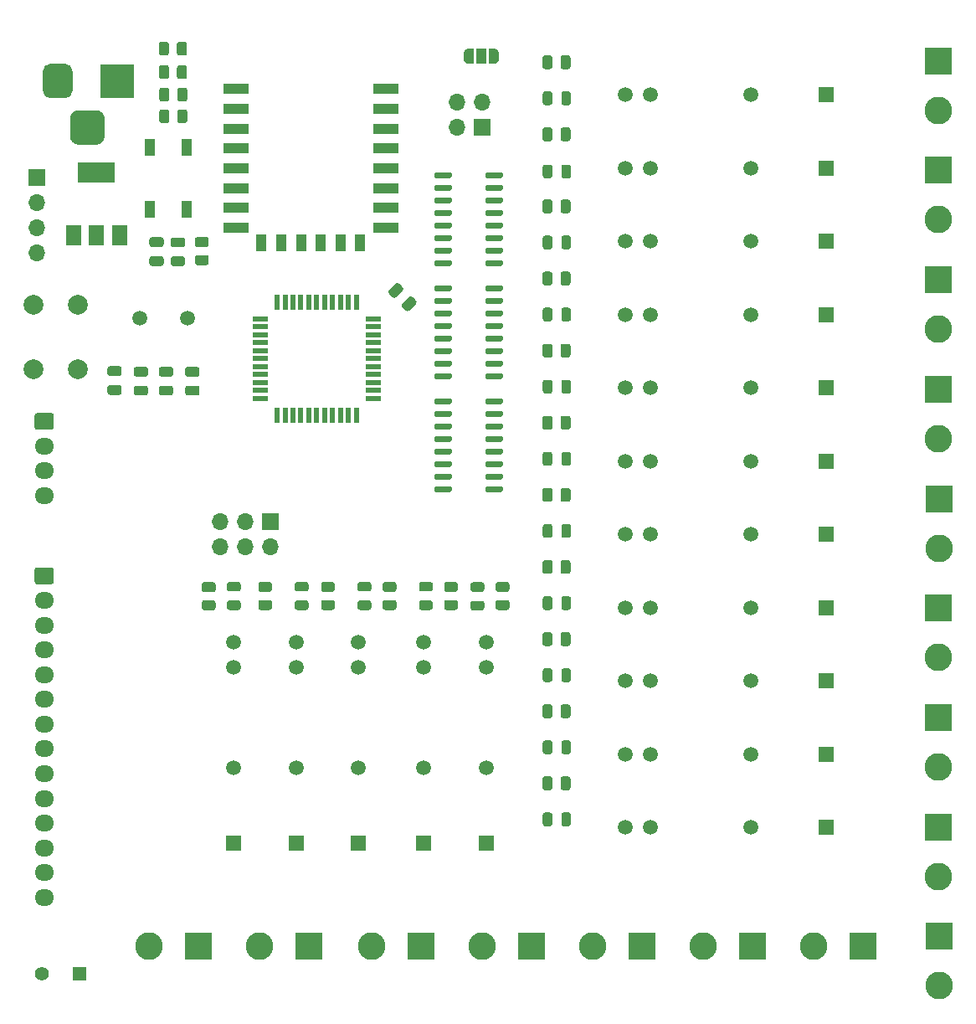
<source format=gts>
G04 #@! TF.GenerationSoftware,KiCad,Pcbnew,(5.1.12)-1*
G04 #@! TF.CreationDate,2021-11-18T21:12:02+02:00*
G04 #@! TF.ProjectId,SmartHome,536d6172-7448-46f6-9d65-2e6b69636164,rev?*
G04 #@! TF.SameCoordinates,Original*
G04 #@! TF.FileFunction,Soldermask,Top*
G04 #@! TF.FilePolarity,Negative*
%FSLAX46Y46*%
G04 Gerber Fmt 4.6, Leading zero omitted, Abs format (unit mm)*
G04 Created by KiCad (PCBNEW (5.1.12)-1) date 2021-11-18 21:12:02*
%MOMM*%
%LPD*%
G01*
G04 APERTURE LIST*
%ADD10R,2.500000X1.000000*%
%ADD11R,1.000000X1.800000*%
%ADD12R,0.550000X1.500000*%
%ADD13R,1.500000X0.550000*%
%ADD14R,1.000000X1.500000*%
%ADD15C,0.100000*%
%ADD16R,1.700000X1.700000*%
%ADD17O,1.700000X1.700000*%
%ADD18R,1.508000X1.508000*%
%ADD19C,1.508000*%
%ADD20C,1.400000*%
%ADD21R,1.400000X1.400000*%
%ADD22O,1.950000X1.700000*%
%ADD23C,2.000000*%
%ADD24C,1.500000*%
%ADD25C,2.800000*%
%ADD26R,2.800000X2.800000*%
%ADD27R,3.500000X3.500000*%
%ADD28R,1.000000X1.700000*%
%ADD29R,3.800000X2.000000*%
%ADD30R,1.500000X2.000000*%
G04 APERTURE END LIST*
D10*
X164405000Y62682000D03*
X164405000Y60682000D03*
X164405000Y58682000D03*
X164405000Y56682000D03*
X164405000Y54682000D03*
X164405000Y52682000D03*
X164405000Y50682000D03*
X164405000Y48682000D03*
D11*
X167005000Y47182000D03*
X169005000Y47182000D03*
X171005000Y47182000D03*
X173005000Y47182000D03*
X175005000Y47182000D03*
X177005000Y47182000D03*
D10*
X179605000Y48682000D03*
X179605000Y50682000D03*
X179605000Y52682000D03*
X179605000Y54682000D03*
X179605000Y56682000D03*
X179605000Y58682000D03*
X179605000Y60682000D03*
X179605000Y62682000D03*
D12*
X168593000Y41133000D03*
X169393000Y41133000D03*
X170193000Y41133000D03*
X170993000Y41133000D03*
X171793000Y41133000D03*
X172593000Y41133000D03*
X173393000Y41133000D03*
X174193000Y41133000D03*
X174993000Y41133000D03*
X175793000Y41133000D03*
X176593000Y41133000D03*
D13*
X178293000Y39433000D03*
X178293000Y38633000D03*
X178293000Y37833000D03*
X178293000Y37033000D03*
X178293000Y36233000D03*
X178293000Y35433000D03*
X178293000Y34633000D03*
X178293000Y33833000D03*
X178293000Y33033000D03*
X178293000Y32233000D03*
X178293000Y31433000D03*
D12*
X176593000Y29733000D03*
X175793000Y29733000D03*
X174993000Y29733000D03*
X174193000Y29733000D03*
X173393000Y29733000D03*
X172593000Y29733000D03*
X171793000Y29733000D03*
X170993000Y29733000D03*
X170193000Y29733000D03*
X169393000Y29733000D03*
X168593000Y29733000D03*
D13*
X166893000Y31433000D03*
X166893000Y32233000D03*
X166893000Y33033000D03*
X166893000Y33833000D03*
X166893000Y34633000D03*
X166893000Y35433000D03*
X166893000Y36233000D03*
X166893000Y37033000D03*
X166893000Y37833000D03*
X166893000Y38633000D03*
X166893000Y39433000D03*
D14*
X189240640Y66012060D03*
D15*
G36*
X187940640Y65262662D02*
G01*
X187916106Y65262662D01*
X187867275Y65267472D01*
X187819150Y65277044D01*
X187772195Y65291288D01*
X187726862Y65310065D01*
X187683589Y65333196D01*
X187642790Y65360456D01*
X187604861Y65391584D01*
X187570164Y65426281D01*
X187539036Y65464210D01*
X187511776Y65505009D01*
X187488645Y65548282D01*
X187469868Y65593615D01*
X187455624Y65640570D01*
X187446052Y65688695D01*
X187441242Y65737526D01*
X187441242Y65762060D01*
X187440640Y65762060D01*
X187440640Y66262060D01*
X187441242Y66262060D01*
X187441242Y66286594D01*
X187446052Y66335425D01*
X187455624Y66383550D01*
X187469868Y66430505D01*
X187488645Y66475838D01*
X187511776Y66519111D01*
X187539036Y66559910D01*
X187570164Y66597839D01*
X187604861Y66632536D01*
X187642790Y66663664D01*
X187683589Y66690924D01*
X187726862Y66714055D01*
X187772195Y66732832D01*
X187819150Y66747076D01*
X187867275Y66756648D01*
X187916106Y66761458D01*
X187940640Y66761458D01*
X187940640Y66762060D01*
X188490640Y66762060D01*
X188490640Y65262060D01*
X187940640Y65262060D01*
X187940640Y65262662D01*
G37*
G36*
X189990640Y66762060D02*
G01*
X190540640Y66762060D01*
X190540640Y66761458D01*
X190565174Y66761458D01*
X190614005Y66756648D01*
X190662130Y66747076D01*
X190709085Y66732832D01*
X190754418Y66714055D01*
X190797691Y66690924D01*
X190838490Y66663664D01*
X190876419Y66632536D01*
X190911116Y66597839D01*
X190942244Y66559910D01*
X190969504Y66519111D01*
X190992635Y66475838D01*
X191011412Y66430505D01*
X191025656Y66383550D01*
X191035228Y66335425D01*
X191040038Y66286594D01*
X191040038Y66262060D01*
X191040640Y66262060D01*
X191040640Y65762060D01*
X191040038Y65762060D01*
X191040038Y65737526D01*
X191035228Y65688695D01*
X191025656Y65640570D01*
X191011412Y65593615D01*
X190992635Y65548282D01*
X190969504Y65505009D01*
X190942244Y65464210D01*
X190911116Y65426281D01*
X190876419Y65391584D01*
X190838490Y65360456D01*
X190797691Y65333196D01*
X190754418Y65310065D01*
X190709085Y65291288D01*
X190662130Y65277044D01*
X190614005Y65267472D01*
X190565174Y65262662D01*
X190540640Y65262662D01*
X190540640Y65262060D01*
X189990640Y65262060D01*
X189990640Y66762060D01*
G37*
D16*
X144264380Y53733700D03*
D17*
X144264380Y51193700D03*
X144264380Y48653700D03*
X144264380Y46113700D03*
D18*
X164208000Y-13589000D03*
D19*
X164208000Y-5969000D03*
X164208000Y4191000D03*
X164208000Y6731000D03*
D20*
X144780000Y-26797000D03*
D21*
X148590000Y-26797000D03*
D22*
X145034000Y21583000D03*
X145034000Y24083000D03*
X145034000Y26583000D03*
G36*
G01*
X144309000Y29933000D02*
X145759000Y29933000D01*
G75*
G02*
X146009000Y29683000I0J-250000D01*
G01*
X146009000Y28483000D01*
G75*
G02*
X145759000Y28233000I-250000J0D01*
G01*
X144309000Y28233000D01*
G75*
G02*
X144059000Y28483000I0J250000D01*
G01*
X144059000Y29683000D01*
G75*
G02*
X144309000Y29933000I250000J0D01*
G01*
G37*
D23*
X143913860Y40845880D03*
X148413860Y40845880D03*
X143913860Y34345880D03*
X148413860Y34345880D03*
D22*
X145034000Y-19038000D03*
X145034000Y-16538000D03*
X145034000Y-14038000D03*
X145034000Y-11538000D03*
X145034000Y-9038000D03*
X145034000Y-6538000D03*
X145034000Y-4038000D03*
X145034000Y-1538000D03*
X145034000Y962000D03*
X145034000Y3462000D03*
X145034000Y5962000D03*
X145034000Y8462000D03*
X145034000Y10962000D03*
G36*
G01*
X144309000Y14312000D02*
X145759000Y14312000D01*
G75*
G02*
X146009000Y14062000I0J-250000D01*
G01*
X146009000Y12862000D01*
G75*
G02*
X145759000Y12612000I-250000J0D01*
G01*
X144309000Y12612000D01*
G75*
G02*
X144059000Y12862000I0J250000D01*
G01*
X144059000Y14062000D01*
G75*
G02*
X144309000Y14312000I250000J0D01*
G01*
G37*
D24*
X159566000Y39497000D03*
X154686000Y39497000D03*
G36*
G01*
X189660000Y53825000D02*
X189660000Y54125000D01*
G75*
G02*
X189810000Y54275000I150000J0D01*
G01*
X191260000Y54275000D01*
G75*
G02*
X191410000Y54125000I0J-150000D01*
G01*
X191410000Y53825000D01*
G75*
G02*
X191260000Y53675000I-150000J0D01*
G01*
X189810000Y53675000D01*
G75*
G02*
X189660000Y53825000I0J150000D01*
G01*
G37*
G36*
G01*
X189660000Y52555000D02*
X189660000Y52855000D01*
G75*
G02*
X189810000Y53005000I150000J0D01*
G01*
X191260000Y53005000D01*
G75*
G02*
X191410000Y52855000I0J-150000D01*
G01*
X191410000Y52555000D01*
G75*
G02*
X191260000Y52405000I-150000J0D01*
G01*
X189810000Y52405000D01*
G75*
G02*
X189660000Y52555000I0J150000D01*
G01*
G37*
G36*
G01*
X189660000Y51285000D02*
X189660000Y51585000D01*
G75*
G02*
X189810000Y51735000I150000J0D01*
G01*
X191260000Y51735000D01*
G75*
G02*
X191410000Y51585000I0J-150000D01*
G01*
X191410000Y51285000D01*
G75*
G02*
X191260000Y51135000I-150000J0D01*
G01*
X189810000Y51135000D01*
G75*
G02*
X189660000Y51285000I0J150000D01*
G01*
G37*
G36*
G01*
X189660000Y50015000D02*
X189660000Y50315000D01*
G75*
G02*
X189810000Y50465000I150000J0D01*
G01*
X191260000Y50465000D01*
G75*
G02*
X191410000Y50315000I0J-150000D01*
G01*
X191410000Y50015000D01*
G75*
G02*
X191260000Y49865000I-150000J0D01*
G01*
X189810000Y49865000D01*
G75*
G02*
X189660000Y50015000I0J150000D01*
G01*
G37*
G36*
G01*
X189660000Y48745000D02*
X189660000Y49045000D01*
G75*
G02*
X189810000Y49195000I150000J0D01*
G01*
X191260000Y49195000D01*
G75*
G02*
X191410000Y49045000I0J-150000D01*
G01*
X191410000Y48745000D01*
G75*
G02*
X191260000Y48595000I-150000J0D01*
G01*
X189810000Y48595000D01*
G75*
G02*
X189660000Y48745000I0J150000D01*
G01*
G37*
G36*
G01*
X189660000Y47475000D02*
X189660000Y47775000D01*
G75*
G02*
X189810000Y47925000I150000J0D01*
G01*
X191260000Y47925000D01*
G75*
G02*
X191410000Y47775000I0J-150000D01*
G01*
X191410000Y47475000D01*
G75*
G02*
X191260000Y47325000I-150000J0D01*
G01*
X189810000Y47325000D01*
G75*
G02*
X189660000Y47475000I0J150000D01*
G01*
G37*
G36*
G01*
X189660000Y46205000D02*
X189660000Y46505000D01*
G75*
G02*
X189810000Y46655000I150000J0D01*
G01*
X191260000Y46655000D01*
G75*
G02*
X191410000Y46505000I0J-150000D01*
G01*
X191410000Y46205000D01*
G75*
G02*
X191260000Y46055000I-150000J0D01*
G01*
X189810000Y46055000D01*
G75*
G02*
X189660000Y46205000I0J150000D01*
G01*
G37*
G36*
G01*
X189660000Y44935000D02*
X189660000Y45235000D01*
G75*
G02*
X189810000Y45385000I150000J0D01*
G01*
X191260000Y45385000D01*
G75*
G02*
X191410000Y45235000I0J-150000D01*
G01*
X191410000Y44935000D01*
G75*
G02*
X191260000Y44785000I-150000J0D01*
G01*
X189810000Y44785000D01*
G75*
G02*
X189660000Y44935000I0J150000D01*
G01*
G37*
G36*
G01*
X184510000Y44935000D02*
X184510000Y45235000D01*
G75*
G02*
X184660000Y45385000I150000J0D01*
G01*
X186110000Y45385000D01*
G75*
G02*
X186260000Y45235000I0J-150000D01*
G01*
X186260000Y44935000D01*
G75*
G02*
X186110000Y44785000I-150000J0D01*
G01*
X184660000Y44785000D01*
G75*
G02*
X184510000Y44935000I0J150000D01*
G01*
G37*
G36*
G01*
X184510000Y46205000D02*
X184510000Y46505000D01*
G75*
G02*
X184660000Y46655000I150000J0D01*
G01*
X186110000Y46655000D01*
G75*
G02*
X186260000Y46505000I0J-150000D01*
G01*
X186260000Y46205000D01*
G75*
G02*
X186110000Y46055000I-150000J0D01*
G01*
X184660000Y46055000D01*
G75*
G02*
X184510000Y46205000I0J150000D01*
G01*
G37*
G36*
G01*
X184510000Y47475000D02*
X184510000Y47775000D01*
G75*
G02*
X184660000Y47925000I150000J0D01*
G01*
X186110000Y47925000D01*
G75*
G02*
X186260000Y47775000I0J-150000D01*
G01*
X186260000Y47475000D01*
G75*
G02*
X186110000Y47325000I-150000J0D01*
G01*
X184660000Y47325000D01*
G75*
G02*
X184510000Y47475000I0J150000D01*
G01*
G37*
G36*
G01*
X184510000Y48745000D02*
X184510000Y49045000D01*
G75*
G02*
X184660000Y49195000I150000J0D01*
G01*
X186110000Y49195000D01*
G75*
G02*
X186260000Y49045000I0J-150000D01*
G01*
X186260000Y48745000D01*
G75*
G02*
X186110000Y48595000I-150000J0D01*
G01*
X184660000Y48595000D01*
G75*
G02*
X184510000Y48745000I0J150000D01*
G01*
G37*
G36*
G01*
X184510000Y50015000D02*
X184510000Y50315000D01*
G75*
G02*
X184660000Y50465000I150000J0D01*
G01*
X186110000Y50465000D01*
G75*
G02*
X186260000Y50315000I0J-150000D01*
G01*
X186260000Y50015000D01*
G75*
G02*
X186110000Y49865000I-150000J0D01*
G01*
X184660000Y49865000D01*
G75*
G02*
X184510000Y50015000I0J150000D01*
G01*
G37*
G36*
G01*
X184510000Y51285000D02*
X184510000Y51585000D01*
G75*
G02*
X184660000Y51735000I150000J0D01*
G01*
X186110000Y51735000D01*
G75*
G02*
X186260000Y51585000I0J-150000D01*
G01*
X186260000Y51285000D01*
G75*
G02*
X186110000Y51135000I-150000J0D01*
G01*
X184660000Y51135000D01*
G75*
G02*
X184510000Y51285000I0J150000D01*
G01*
G37*
G36*
G01*
X184510000Y52555000D02*
X184510000Y52855000D01*
G75*
G02*
X184660000Y53005000I150000J0D01*
G01*
X186110000Y53005000D01*
G75*
G02*
X186260000Y52855000I0J-150000D01*
G01*
X186260000Y52555000D01*
G75*
G02*
X186110000Y52405000I-150000J0D01*
G01*
X184660000Y52405000D01*
G75*
G02*
X184510000Y52555000I0J150000D01*
G01*
G37*
G36*
G01*
X184510000Y53825000D02*
X184510000Y54125000D01*
G75*
G02*
X184660000Y54275000I150000J0D01*
G01*
X186110000Y54275000D01*
G75*
G02*
X186260000Y54125000I0J-150000D01*
G01*
X186260000Y53825000D01*
G75*
G02*
X186110000Y53675000I-150000J0D01*
G01*
X184660000Y53675000D01*
G75*
G02*
X184510000Y53825000I0J150000D01*
G01*
G37*
G36*
G01*
X189660000Y30965000D02*
X189660000Y31265000D01*
G75*
G02*
X189810000Y31415000I150000J0D01*
G01*
X191260000Y31415000D01*
G75*
G02*
X191410000Y31265000I0J-150000D01*
G01*
X191410000Y30965000D01*
G75*
G02*
X191260000Y30815000I-150000J0D01*
G01*
X189810000Y30815000D01*
G75*
G02*
X189660000Y30965000I0J150000D01*
G01*
G37*
G36*
G01*
X189660000Y29695000D02*
X189660000Y29995000D01*
G75*
G02*
X189810000Y30145000I150000J0D01*
G01*
X191260000Y30145000D01*
G75*
G02*
X191410000Y29995000I0J-150000D01*
G01*
X191410000Y29695000D01*
G75*
G02*
X191260000Y29545000I-150000J0D01*
G01*
X189810000Y29545000D01*
G75*
G02*
X189660000Y29695000I0J150000D01*
G01*
G37*
G36*
G01*
X189660000Y28425000D02*
X189660000Y28725000D01*
G75*
G02*
X189810000Y28875000I150000J0D01*
G01*
X191260000Y28875000D01*
G75*
G02*
X191410000Y28725000I0J-150000D01*
G01*
X191410000Y28425000D01*
G75*
G02*
X191260000Y28275000I-150000J0D01*
G01*
X189810000Y28275000D01*
G75*
G02*
X189660000Y28425000I0J150000D01*
G01*
G37*
G36*
G01*
X189660000Y27155000D02*
X189660000Y27455000D01*
G75*
G02*
X189810000Y27605000I150000J0D01*
G01*
X191260000Y27605000D01*
G75*
G02*
X191410000Y27455000I0J-150000D01*
G01*
X191410000Y27155000D01*
G75*
G02*
X191260000Y27005000I-150000J0D01*
G01*
X189810000Y27005000D01*
G75*
G02*
X189660000Y27155000I0J150000D01*
G01*
G37*
G36*
G01*
X189660000Y25885000D02*
X189660000Y26185000D01*
G75*
G02*
X189810000Y26335000I150000J0D01*
G01*
X191260000Y26335000D01*
G75*
G02*
X191410000Y26185000I0J-150000D01*
G01*
X191410000Y25885000D01*
G75*
G02*
X191260000Y25735000I-150000J0D01*
G01*
X189810000Y25735000D01*
G75*
G02*
X189660000Y25885000I0J150000D01*
G01*
G37*
G36*
G01*
X189660000Y24615000D02*
X189660000Y24915000D01*
G75*
G02*
X189810000Y25065000I150000J0D01*
G01*
X191260000Y25065000D01*
G75*
G02*
X191410000Y24915000I0J-150000D01*
G01*
X191410000Y24615000D01*
G75*
G02*
X191260000Y24465000I-150000J0D01*
G01*
X189810000Y24465000D01*
G75*
G02*
X189660000Y24615000I0J150000D01*
G01*
G37*
G36*
G01*
X189660000Y23345000D02*
X189660000Y23645000D01*
G75*
G02*
X189810000Y23795000I150000J0D01*
G01*
X191260000Y23795000D01*
G75*
G02*
X191410000Y23645000I0J-150000D01*
G01*
X191410000Y23345000D01*
G75*
G02*
X191260000Y23195000I-150000J0D01*
G01*
X189810000Y23195000D01*
G75*
G02*
X189660000Y23345000I0J150000D01*
G01*
G37*
G36*
G01*
X189660000Y22075000D02*
X189660000Y22375000D01*
G75*
G02*
X189810000Y22525000I150000J0D01*
G01*
X191260000Y22525000D01*
G75*
G02*
X191410000Y22375000I0J-150000D01*
G01*
X191410000Y22075000D01*
G75*
G02*
X191260000Y21925000I-150000J0D01*
G01*
X189810000Y21925000D01*
G75*
G02*
X189660000Y22075000I0J150000D01*
G01*
G37*
G36*
G01*
X184510000Y22075000D02*
X184510000Y22375000D01*
G75*
G02*
X184660000Y22525000I150000J0D01*
G01*
X186110000Y22525000D01*
G75*
G02*
X186260000Y22375000I0J-150000D01*
G01*
X186260000Y22075000D01*
G75*
G02*
X186110000Y21925000I-150000J0D01*
G01*
X184660000Y21925000D01*
G75*
G02*
X184510000Y22075000I0J150000D01*
G01*
G37*
G36*
G01*
X184510000Y23345000D02*
X184510000Y23645000D01*
G75*
G02*
X184660000Y23795000I150000J0D01*
G01*
X186110000Y23795000D01*
G75*
G02*
X186260000Y23645000I0J-150000D01*
G01*
X186260000Y23345000D01*
G75*
G02*
X186110000Y23195000I-150000J0D01*
G01*
X184660000Y23195000D01*
G75*
G02*
X184510000Y23345000I0J150000D01*
G01*
G37*
G36*
G01*
X184510000Y24615000D02*
X184510000Y24915000D01*
G75*
G02*
X184660000Y25065000I150000J0D01*
G01*
X186110000Y25065000D01*
G75*
G02*
X186260000Y24915000I0J-150000D01*
G01*
X186260000Y24615000D01*
G75*
G02*
X186110000Y24465000I-150000J0D01*
G01*
X184660000Y24465000D01*
G75*
G02*
X184510000Y24615000I0J150000D01*
G01*
G37*
G36*
G01*
X184510000Y25885000D02*
X184510000Y26185000D01*
G75*
G02*
X184660000Y26335000I150000J0D01*
G01*
X186110000Y26335000D01*
G75*
G02*
X186260000Y26185000I0J-150000D01*
G01*
X186260000Y25885000D01*
G75*
G02*
X186110000Y25735000I-150000J0D01*
G01*
X184660000Y25735000D01*
G75*
G02*
X184510000Y25885000I0J150000D01*
G01*
G37*
G36*
G01*
X184510000Y27155000D02*
X184510000Y27455000D01*
G75*
G02*
X184660000Y27605000I150000J0D01*
G01*
X186110000Y27605000D01*
G75*
G02*
X186260000Y27455000I0J-150000D01*
G01*
X186260000Y27155000D01*
G75*
G02*
X186110000Y27005000I-150000J0D01*
G01*
X184660000Y27005000D01*
G75*
G02*
X184510000Y27155000I0J150000D01*
G01*
G37*
G36*
G01*
X184510000Y28425000D02*
X184510000Y28725000D01*
G75*
G02*
X184660000Y28875000I150000J0D01*
G01*
X186110000Y28875000D01*
G75*
G02*
X186260000Y28725000I0J-150000D01*
G01*
X186260000Y28425000D01*
G75*
G02*
X186110000Y28275000I-150000J0D01*
G01*
X184660000Y28275000D01*
G75*
G02*
X184510000Y28425000I0J150000D01*
G01*
G37*
G36*
G01*
X184510000Y29695000D02*
X184510000Y29995000D01*
G75*
G02*
X184660000Y30145000I150000J0D01*
G01*
X186110000Y30145000D01*
G75*
G02*
X186260000Y29995000I0J-150000D01*
G01*
X186260000Y29695000D01*
G75*
G02*
X186110000Y29545000I-150000J0D01*
G01*
X184660000Y29545000D01*
G75*
G02*
X184510000Y29695000I0J150000D01*
G01*
G37*
G36*
G01*
X184510000Y30965000D02*
X184510000Y31265000D01*
G75*
G02*
X184660000Y31415000I150000J0D01*
G01*
X186110000Y31415000D01*
G75*
G02*
X186260000Y31265000I0J-150000D01*
G01*
X186260000Y30965000D01*
G75*
G02*
X186110000Y30815000I-150000J0D01*
G01*
X184660000Y30815000D01*
G75*
G02*
X184510000Y30965000I0J150000D01*
G01*
G37*
G36*
G01*
X189660000Y42395000D02*
X189660000Y42695000D01*
G75*
G02*
X189810000Y42845000I150000J0D01*
G01*
X191260000Y42845000D01*
G75*
G02*
X191410000Y42695000I0J-150000D01*
G01*
X191410000Y42395000D01*
G75*
G02*
X191260000Y42245000I-150000J0D01*
G01*
X189810000Y42245000D01*
G75*
G02*
X189660000Y42395000I0J150000D01*
G01*
G37*
G36*
G01*
X189660000Y41125000D02*
X189660000Y41425000D01*
G75*
G02*
X189810000Y41575000I150000J0D01*
G01*
X191260000Y41575000D01*
G75*
G02*
X191410000Y41425000I0J-150000D01*
G01*
X191410000Y41125000D01*
G75*
G02*
X191260000Y40975000I-150000J0D01*
G01*
X189810000Y40975000D01*
G75*
G02*
X189660000Y41125000I0J150000D01*
G01*
G37*
G36*
G01*
X189660000Y39855000D02*
X189660000Y40155000D01*
G75*
G02*
X189810000Y40305000I150000J0D01*
G01*
X191260000Y40305000D01*
G75*
G02*
X191410000Y40155000I0J-150000D01*
G01*
X191410000Y39855000D01*
G75*
G02*
X191260000Y39705000I-150000J0D01*
G01*
X189810000Y39705000D01*
G75*
G02*
X189660000Y39855000I0J150000D01*
G01*
G37*
G36*
G01*
X189660000Y38585000D02*
X189660000Y38885000D01*
G75*
G02*
X189810000Y39035000I150000J0D01*
G01*
X191260000Y39035000D01*
G75*
G02*
X191410000Y38885000I0J-150000D01*
G01*
X191410000Y38585000D01*
G75*
G02*
X191260000Y38435000I-150000J0D01*
G01*
X189810000Y38435000D01*
G75*
G02*
X189660000Y38585000I0J150000D01*
G01*
G37*
G36*
G01*
X189660000Y37315000D02*
X189660000Y37615000D01*
G75*
G02*
X189810000Y37765000I150000J0D01*
G01*
X191260000Y37765000D01*
G75*
G02*
X191410000Y37615000I0J-150000D01*
G01*
X191410000Y37315000D01*
G75*
G02*
X191260000Y37165000I-150000J0D01*
G01*
X189810000Y37165000D01*
G75*
G02*
X189660000Y37315000I0J150000D01*
G01*
G37*
G36*
G01*
X189660000Y36045000D02*
X189660000Y36345000D01*
G75*
G02*
X189810000Y36495000I150000J0D01*
G01*
X191260000Y36495000D01*
G75*
G02*
X191410000Y36345000I0J-150000D01*
G01*
X191410000Y36045000D01*
G75*
G02*
X191260000Y35895000I-150000J0D01*
G01*
X189810000Y35895000D01*
G75*
G02*
X189660000Y36045000I0J150000D01*
G01*
G37*
G36*
G01*
X189660000Y34775000D02*
X189660000Y35075000D01*
G75*
G02*
X189810000Y35225000I150000J0D01*
G01*
X191260000Y35225000D01*
G75*
G02*
X191410000Y35075000I0J-150000D01*
G01*
X191410000Y34775000D01*
G75*
G02*
X191260000Y34625000I-150000J0D01*
G01*
X189810000Y34625000D01*
G75*
G02*
X189660000Y34775000I0J150000D01*
G01*
G37*
G36*
G01*
X189660000Y33505000D02*
X189660000Y33805000D01*
G75*
G02*
X189810000Y33955000I150000J0D01*
G01*
X191260000Y33955000D01*
G75*
G02*
X191410000Y33805000I0J-150000D01*
G01*
X191410000Y33505000D01*
G75*
G02*
X191260000Y33355000I-150000J0D01*
G01*
X189810000Y33355000D01*
G75*
G02*
X189660000Y33505000I0J150000D01*
G01*
G37*
G36*
G01*
X184510000Y33505000D02*
X184510000Y33805000D01*
G75*
G02*
X184660000Y33955000I150000J0D01*
G01*
X186110000Y33955000D01*
G75*
G02*
X186260000Y33805000I0J-150000D01*
G01*
X186260000Y33505000D01*
G75*
G02*
X186110000Y33355000I-150000J0D01*
G01*
X184660000Y33355000D01*
G75*
G02*
X184510000Y33505000I0J150000D01*
G01*
G37*
G36*
G01*
X184510000Y34775000D02*
X184510000Y35075000D01*
G75*
G02*
X184660000Y35225000I150000J0D01*
G01*
X186110000Y35225000D01*
G75*
G02*
X186260000Y35075000I0J-150000D01*
G01*
X186260000Y34775000D01*
G75*
G02*
X186110000Y34625000I-150000J0D01*
G01*
X184660000Y34625000D01*
G75*
G02*
X184510000Y34775000I0J150000D01*
G01*
G37*
G36*
G01*
X184510000Y36045000D02*
X184510000Y36345000D01*
G75*
G02*
X184660000Y36495000I150000J0D01*
G01*
X186110000Y36495000D01*
G75*
G02*
X186260000Y36345000I0J-150000D01*
G01*
X186260000Y36045000D01*
G75*
G02*
X186110000Y35895000I-150000J0D01*
G01*
X184660000Y35895000D01*
G75*
G02*
X184510000Y36045000I0J150000D01*
G01*
G37*
G36*
G01*
X184510000Y37315000D02*
X184510000Y37615000D01*
G75*
G02*
X184660000Y37765000I150000J0D01*
G01*
X186110000Y37765000D01*
G75*
G02*
X186260000Y37615000I0J-150000D01*
G01*
X186260000Y37315000D01*
G75*
G02*
X186110000Y37165000I-150000J0D01*
G01*
X184660000Y37165000D01*
G75*
G02*
X184510000Y37315000I0J150000D01*
G01*
G37*
G36*
G01*
X184510000Y38585000D02*
X184510000Y38885000D01*
G75*
G02*
X184660000Y39035000I150000J0D01*
G01*
X186110000Y39035000D01*
G75*
G02*
X186260000Y38885000I0J-150000D01*
G01*
X186260000Y38585000D01*
G75*
G02*
X186110000Y38435000I-150000J0D01*
G01*
X184660000Y38435000D01*
G75*
G02*
X184510000Y38585000I0J150000D01*
G01*
G37*
G36*
G01*
X184510000Y39855000D02*
X184510000Y40155000D01*
G75*
G02*
X184660000Y40305000I150000J0D01*
G01*
X186110000Y40305000D01*
G75*
G02*
X186260000Y40155000I0J-150000D01*
G01*
X186260000Y39855000D01*
G75*
G02*
X186110000Y39705000I-150000J0D01*
G01*
X184660000Y39705000D01*
G75*
G02*
X184510000Y39855000I0J150000D01*
G01*
G37*
G36*
G01*
X184510000Y41125000D02*
X184510000Y41425000D01*
G75*
G02*
X184660000Y41575000I150000J0D01*
G01*
X186110000Y41575000D01*
G75*
G02*
X186260000Y41425000I0J-150000D01*
G01*
X186260000Y41125000D01*
G75*
G02*
X186110000Y40975000I-150000J0D01*
G01*
X184660000Y40975000D01*
G75*
G02*
X184510000Y41125000I0J150000D01*
G01*
G37*
G36*
G01*
X184510000Y42395000D02*
X184510000Y42695000D01*
G75*
G02*
X184660000Y42845000I150000J0D01*
G01*
X186110000Y42845000D01*
G75*
G02*
X186260000Y42695000I0J-150000D01*
G01*
X186260000Y42395000D01*
G75*
G02*
X186110000Y42245000I-150000J0D01*
G01*
X184660000Y42245000D01*
G75*
G02*
X184510000Y42395000I0J150000D01*
G01*
G37*
G36*
G01*
X174186001Y11830000D02*
X173285999Y11830000D01*
G75*
G02*
X173036000Y12079999I0J249999D01*
G01*
X173036000Y12605001D01*
G75*
G02*
X173285999Y12855000I249999J0D01*
G01*
X174186001Y12855000D01*
G75*
G02*
X174436000Y12605001I0J-249999D01*
G01*
X174436000Y12079999D01*
G75*
G02*
X174186001Y11830000I-249999J0D01*
G01*
G37*
G36*
G01*
X174186001Y10005000D02*
X173285999Y10005000D01*
G75*
G02*
X173036000Y10254999I0J249999D01*
G01*
X173036000Y10780001D01*
G75*
G02*
X173285999Y11030000I249999J0D01*
G01*
X174186001Y11030000D01*
G75*
G02*
X174436000Y10780001I0J-249999D01*
G01*
X174436000Y10254999D01*
G75*
G02*
X174186001Y10005000I-249999J0D01*
G01*
G37*
G36*
G01*
X167836001Y11830000D02*
X166935999Y11830000D01*
G75*
G02*
X166686000Y12079999I0J249999D01*
G01*
X166686000Y12605001D01*
G75*
G02*
X166935999Y12855000I249999J0D01*
G01*
X167836001Y12855000D01*
G75*
G02*
X168086000Y12605001I0J-249999D01*
G01*
X168086000Y12079999D01*
G75*
G02*
X167836001Y11830000I-249999J0D01*
G01*
G37*
G36*
G01*
X167836001Y10005000D02*
X166935999Y10005000D01*
G75*
G02*
X166686000Y10254999I0J249999D01*
G01*
X166686000Y10780001D01*
G75*
G02*
X166935999Y11030000I249999J0D01*
G01*
X167836001Y11030000D01*
G75*
G02*
X168086000Y10780001I0J-249999D01*
G01*
X168086000Y10254999D01*
G75*
G02*
X167836001Y10005000I-249999J0D01*
G01*
G37*
G36*
G01*
X186632001Y11830000D02*
X185731999Y11830000D01*
G75*
G02*
X185482000Y12079999I0J249999D01*
G01*
X185482000Y12605001D01*
G75*
G02*
X185731999Y12855000I249999J0D01*
G01*
X186632001Y12855000D01*
G75*
G02*
X186882000Y12605001I0J-249999D01*
G01*
X186882000Y12079999D01*
G75*
G02*
X186632001Y11830000I-249999J0D01*
G01*
G37*
G36*
G01*
X186632001Y10005000D02*
X185731999Y10005000D01*
G75*
G02*
X185482000Y10254999I0J249999D01*
G01*
X185482000Y10780001D01*
G75*
G02*
X185731999Y11030000I249999J0D01*
G01*
X186632001Y11030000D01*
G75*
G02*
X186882000Y10780001I0J-249999D01*
G01*
X186882000Y10254999D01*
G75*
G02*
X186632001Y10005000I-249999J0D01*
G01*
G37*
G36*
G01*
X180409001Y11830000D02*
X179508999Y11830000D01*
G75*
G02*
X179259000Y12079999I0J249999D01*
G01*
X179259000Y12605001D01*
G75*
G02*
X179508999Y12855000I249999J0D01*
G01*
X180409001Y12855000D01*
G75*
G02*
X180659000Y12605001I0J-249999D01*
G01*
X180659000Y12079999D01*
G75*
G02*
X180409001Y11830000I-249999J0D01*
G01*
G37*
G36*
G01*
X180409001Y10005000D02*
X179508999Y10005000D01*
G75*
G02*
X179259000Y10254999I0J249999D01*
G01*
X179259000Y10780001D01*
G75*
G02*
X179508999Y11030000I249999J0D01*
G01*
X180409001Y11030000D01*
G75*
G02*
X180659000Y10780001I0J-249999D01*
G01*
X180659000Y10254999D01*
G75*
G02*
X180409001Y10005000I-249999J0D01*
G01*
G37*
G36*
G01*
X197250000Y-7967581D02*
X197250000Y-7067579D01*
G75*
G02*
X197499999Y-6817580I249999J0D01*
G01*
X198025001Y-6817580D01*
G75*
G02*
X198275000Y-7067579I0J-249999D01*
G01*
X198275000Y-7967581D01*
G75*
G02*
X198025001Y-8217580I-249999J0D01*
G01*
X197499999Y-8217580D01*
G75*
G02*
X197250000Y-7967581I0J249999D01*
G01*
G37*
G36*
G01*
X195425000Y-7967581D02*
X195425000Y-7067579D01*
G75*
G02*
X195674999Y-6817580I249999J0D01*
G01*
X196200001Y-6817580D01*
G75*
G02*
X196450000Y-7067579I0J-249999D01*
G01*
X196450000Y-7967581D01*
G75*
G02*
X196200001Y-8217580I-249999J0D01*
G01*
X195674999Y-8217580D01*
G75*
G02*
X195425000Y-7967581I0J249999D01*
G01*
G37*
G36*
G01*
X191839001Y11830000D02*
X190938999Y11830000D01*
G75*
G02*
X190689000Y12079999I0J249999D01*
G01*
X190689000Y12605001D01*
G75*
G02*
X190938999Y12855000I249999J0D01*
G01*
X191839001Y12855000D01*
G75*
G02*
X192089000Y12605001I0J-249999D01*
G01*
X192089000Y12079999D01*
G75*
G02*
X191839001Y11830000I-249999J0D01*
G01*
G37*
G36*
G01*
X191839001Y10005000D02*
X190938999Y10005000D01*
G75*
G02*
X190689000Y10254999I0J249999D01*
G01*
X190689000Y10780001D01*
G75*
G02*
X190938999Y11030000I249999J0D01*
G01*
X191839001Y11030000D01*
G75*
G02*
X192089000Y10780001I0J-249999D01*
G01*
X192089000Y10254999D01*
G75*
G02*
X191839001Y10005000I-249999J0D01*
G01*
G37*
G36*
G01*
X197250000Y6616935D02*
X197250000Y7516937D01*
G75*
G02*
X197499999Y7766936I249999J0D01*
G01*
X198025001Y7766936D01*
G75*
G02*
X198275000Y7516937I0J-249999D01*
G01*
X198275000Y6616935D01*
G75*
G02*
X198025001Y6366936I-249999J0D01*
G01*
X197499999Y6366936D01*
G75*
G02*
X197250000Y6616935I0J249999D01*
G01*
G37*
G36*
G01*
X195425000Y6616935D02*
X195425000Y7516937D01*
G75*
G02*
X195674999Y7766936I249999J0D01*
G01*
X196200001Y7766936D01*
G75*
G02*
X196450000Y7516937I0J-249999D01*
G01*
X196450000Y6616935D01*
G75*
G02*
X196200001Y6366936I-249999J0D01*
G01*
X195674999Y6366936D01*
G75*
G02*
X195425000Y6616935I0J249999D01*
G01*
G37*
G36*
G01*
X197250000Y-675323D02*
X197250000Y224679D01*
G75*
G02*
X197499999Y474678I249999J0D01*
G01*
X198025001Y474678D01*
G75*
G02*
X198275000Y224679I0J-249999D01*
G01*
X198275000Y-675323D01*
G75*
G02*
X198025001Y-925322I-249999J0D01*
G01*
X197499999Y-925322D01*
G75*
G02*
X197250000Y-675323I0J249999D01*
G01*
G37*
G36*
G01*
X195425000Y-675323D02*
X195425000Y224679D01*
G75*
G02*
X195674999Y474678I249999J0D01*
G01*
X196200001Y474678D01*
G75*
G02*
X196450000Y224679I0J-249999D01*
G01*
X196450000Y-675323D01*
G75*
G02*
X196200001Y-925322I-249999J0D01*
G01*
X195674999Y-925322D01*
G75*
G02*
X195425000Y-675323I0J249999D01*
G01*
G37*
G36*
G01*
X197250000Y21201451D02*
X197250000Y22101453D01*
G75*
G02*
X197499999Y22351452I249999J0D01*
G01*
X198025001Y22351452D01*
G75*
G02*
X198275000Y22101453I0J-249999D01*
G01*
X198275000Y21201451D01*
G75*
G02*
X198025001Y20951452I-249999J0D01*
G01*
X197499999Y20951452D01*
G75*
G02*
X197250000Y21201451I0J249999D01*
G01*
G37*
G36*
G01*
X195425000Y21201451D02*
X195425000Y22101453D01*
G75*
G02*
X195674999Y22351452I249999J0D01*
G01*
X196200001Y22351452D01*
G75*
G02*
X196450000Y22101453I0J-249999D01*
G01*
X196450000Y21201451D01*
G75*
G02*
X196200001Y20951452I-249999J0D01*
G01*
X195674999Y20951452D01*
G75*
G02*
X195425000Y21201451I0J249999D01*
G01*
G37*
G36*
G01*
X197250000Y13909193D02*
X197250000Y14809195D01*
G75*
G02*
X197499999Y15059194I249999J0D01*
G01*
X198025001Y15059194D01*
G75*
G02*
X198275000Y14809195I0J-249999D01*
G01*
X198275000Y13909193D01*
G75*
G02*
X198025001Y13659194I-249999J0D01*
G01*
X197499999Y13659194D01*
G75*
G02*
X197250000Y13909193I0J249999D01*
G01*
G37*
G36*
G01*
X195425000Y13909193D02*
X195425000Y14809195D01*
G75*
G02*
X195674999Y15059194I249999J0D01*
G01*
X196200001Y15059194D01*
G75*
G02*
X196450000Y14809195I0J-249999D01*
G01*
X196450000Y13909193D01*
G75*
G02*
X196200001Y13659194I-249999J0D01*
G01*
X195674999Y13659194D01*
G75*
G02*
X195425000Y13909193I0J249999D01*
G01*
G37*
G36*
G01*
X197250000Y35785967D02*
X197250000Y36685969D01*
G75*
G02*
X197499999Y36935968I249999J0D01*
G01*
X198025001Y36935968D01*
G75*
G02*
X198275000Y36685969I0J-249999D01*
G01*
X198275000Y35785967D01*
G75*
G02*
X198025001Y35535968I-249999J0D01*
G01*
X197499999Y35535968D01*
G75*
G02*
X197250000Y35785967I0J249999D01*
G01*
G37*
G36*
G01*
X195425000Y35785967D02*
X195425000Y36685969D01*
G75*
G02*
X195674999Y36935968I249999J0D01*
G01*
X196200001Y36935968D01*
G75*
G02*
X196450000Y36685969I0J-249999D01*
G01*
X196450000Y35785967D01*
G75*
G02*
X196200001Y35535968I-249999J0D01*
G01*
X195674999Y35535968D01*
G75*
G02*
X195425000Y35785967I0J249999D01*
G01*
G37*
G36*
G01*
X197250000Y28493709D02*
X197250000Y29393711D01*
G75*
G02*
X197499999Y29643710I249999J0D01*
G01*
X198025001Y29643710D01*
G75*
G02*
X198275000Y29393711I0J-249999D01*
G01*
X198275000Y28493709D01*
G75*
G02*
X198025001Y28243710I-249999J0D01*
G01*
X197499999Y28243710D01*
G75*
G02*
X197250000Y28493709I0J249999D01*
G01*
G37*
G36*
G01*
X195425000Y28493709D02*
X195425000Y29393711D01*
G75*
G02*
X195674999Y29643710I249999J0D01*
G01*
X196200001Y29643710D01*
G75*
G02*
X196450000Y29393711I0J-249999D01*
G01*
X196450000Y28493709D01*
G75*
G02*
X196200001Y28243710I-249999J0D01*
G01*
X195674999Y28243710D01*
G75*
G02*
X195425000Y28493709I0J249999D01*
G01*
G37*
G36*
G01*
X197250000Y50370483D02*
X197250000Y51270485D01*
G75*
G02*
X197499999Y51520484I249999J0D01*
G01*
X198025001Y51520484D01*
G75*
G02*
X198275000Y51270485I0J-249999D01*
G01*
X198275000Y50370483D01*
G75*
G02*
X198025001Y50120484I-249999J0D01*
G01*
X197499999Y50120484D01*
G75*
G02*
X197250000Y50370483I0J249999D01*
G01*
G37*
G36*
G01*
X195425000Y50370483D02*
X195425000Y51270485D01*
G75*
G02*
X195674999Y51520484I249999J0D01*
G01*
X196200001Y51520484D01*
G75*
G02*
X196450000Y51270485I0J-249999D01*
G01*
X196450000Y50370483D01*
G75*
G02*
X196200001Y50120484I-249999J0D01*
G01*
X195674999Y50120484D01*
G75*
G02*
X195425000Y50370483I0J249999D01*
G01*
G37*
G36*
G01*
X197250000Y43078225D02*
X197250000Y43978227D01*
G75*
G02*
X197499999Y44228226I249999J0D01*
G01*
X198025001Y44228226D01*
G75*
G02*
X198275000Y43978227I0J-249999D01*
G01*
X198275000Y43078225D01*
G75*
G02*
X198025001Y42828226I-249999J0D01*
G01*
X197499999Y42828226D01*
G75*
G02*
X197250000Y43078225I0J249999D01*
G01*
G37*
G36*
G01*
X195425000Y43078225D02*
X195425000Y43978227D01*
G75*
G02*
X195674999Y44228226I249999J0D01*
G01*
X196200001Y44228226D01*
G75*
G02*
X196450000Y43978227I0J-249999D01*
G01*
X196450000Y43078225D01*
G75*
G02*
X196200001Y42828226I-249999J0D01*
G01*
X195674999Y42828226D01*
G75*
G02*
X195425000Y43078225I0J249999D01*
G01*
G37*
G36*
G01*
X197250000Y64954999D02*
X197250000Y65855001D01*
G75*
G02*
X197499999Y66105000I249999J0D01*
G01*
X198025001Y66105000D01*
G75*
G02*
X198275000Y65855001I0J-249999D01*
G01*
X198275000Y64954999D01*
G75*
G02*
X198025001Y64705000I-249999J0D01*
G01*
X197499999Y64705000D01*
G75*
G02*
X197250000Y64954999I0J249999D01*
G01*
G37*
G36*
G01*
X195425000Y64954999D02*
X195425000Y65855001D01*
G75*
G02*
X195674999Y66105000I249999J0D01*
G01*
X196200001Y66105000D01*
G75*
G02*
X196450000Y65855001I0J-249999D01*
G01*
X196450000Y64954999D01*
G75*
G02*
X196200001Y64705000I-249999J0D01*
G01*
X195674999Y64705000D01*
G75*
G02*
X195425000Y64954999I0J249999D01*
G01*
G37*
G36*
G01*
X197250000Y57662741D02*
X197250000Y58562743D01*
G75*
G02*
X197499999Y58812742I249999J0D01*
G01*
X198025001Y58812742D01*
G75*
G02*
X198275000Y58562743I0J-249999D01*
G01*
X198275000Y57662741D01*
G75*
G02*
X198025001Y57412742I-249999J0D01*
G01*
X197499999Y57412742D01*
G75*
G02*
X197250000Y57662741I0J249999D01*
G01*
G37*
G36*
G01*
X195425000Y57662741D02*
X195425000Y58562743D01*
G75*
G02*
X195674999Y58812742I249999J0D01*
G01*
X196200001Y58812742D01*
G75*
G02*
X196450000Y58562743I0J-249999D01*
G01*
X196450000Y57662741D01*
G75*
G02*
X196200001Y57412742I-249999J0D01*
G01*
X195674999Y57412742D01*
G75*
G02*
X195425000Y57662741I0J249999D01*
G01*
G37*
D18*
X170558000Y-13589000D03*
D19*
X170558000Y-5969000D03*
X170558000Y4191000D03*
X170558000Y6731000D03*
D18*
X183385000Y-13589000D03*
D19*
X183385000Y-5969000D03*
X183385000Y4191000D03*
X183385000Y6731000D03*
D18*
X176781000Y-13589000D03*
D19*
X176781000Y-5969000D03*
X176781000Y4191000D03*
X176781000Y6731000D03*
D18*
X224155000Y-11983330D03*
D19*
X216535000Y-11983330D03*
X206375000Y-11983330D03*
X203835000Y-11983330D03*
D18*
X189735000Y-13589000D03*
D19*
X189735000Y-5969000D03*
X189735000Y4191000D03*
X189735000Y6731000D03*
D18*
X224155000Y2833336D03*
D19*
X216535000Y2833336D03*
X206375000Y2833336D03*
X203835000Y2833336D03*
D18*
X224155000Y-4574997D03*
D19*
X216535000Y-4574997D03*
X206375000Y-4574997D03*
X203835000Y-4574997D03*
D18*
X224155000Y17650002D03*
D19*
X216535000Y17650002D03*
X206375000Y17650002D03*
X203835000Y17650002D03*
D18*
X224155000Y10241669D03*
D19*
X216535000Y10241669D03*
X206375000Y10241669D03*
X203835000Y10241669D03*
D18*
X224155000Y32466668D03*
D19*
X216535000Y32466668D03*
X206375000Y32466668D03*
X203835000Y32466668D03*
D18*
X224155000Y25058335D03*
D19*
X216535000Y25058335D03*
X206375000Y25058335D03*
X203835000Y25058335D03*
D18*
X224155000Y47283334D03*
D19*
X216535000Y47283334D03*
X206375000Y47283334D03*
X203835000Y47283334D03*
D18*
X224155000Y39875001D03*
D19*
X216535000Y39875001D03*
X206375000Y39875001D03*
X203835000Y39875001D03*
D18*
X224155000Y62100000D03*
D19*
X216535000Y62100000D03*
X206375000Y62100000D03*
X203835000Y62100000D03*
D18*
X224155000Y54691667D03*
D19*
X216535000Y54691667D03*
X206375000Y54691667D03*
X203835000Y54691667D03*
D25*
X166831000Y-24003000D03*
D26*
X171831000Y-24003000D03*
D25*
X155655000Y-24003000D03*
D26*
X160655000Y-24003000D03*
D25*
X189310000Y-24003000D03*
D26*
X194310000Y-24003000D03*
D25*
X178134000Y-24003000D03*
D26*
X183134000Y-24003000D03*
D25*
X211662000Y-24003000D03*
D26*
X216662000Y-24003000D03*
D25*
X200486000Y-24003000D03*
D26*
X205486000Y-24003000D03*
D25*
X235518960Y-27987000D03*
D26*
X235518960Y-22987000D03*
D25*
X222838000Y-24003000D03*
D26*
X227838000Y-24003000D03*
D25*
X235511340Y-5876300D03*
D26*
X235511340Y-876300D03*
D25*
X235511340Y-16931640D03*
D26*
X235511340Y-11931640D03*
D25*
X235521500Y16273780D03*
D26*
X235521500Y21273780D03*
D25*
X235516420Y5204460D03*
D26*
X235516420Y10204460D03*
D25*
X235503720Y38450520D03*
D26*
X235503720Y43450520D03*
D25*
X235511340Y27363420D03*
D26*
X235511340Y32363420D03*
D25*
X235480860Y60537080D03*
D26*
X235480860Y65537080D03*
D25*
X235508800Y49526180D03*
D26*
X235508800Y54526180D03*
G36*
G01*
X170612750Y10980000D02*
X171525250Y10980000D01*
G75*
G02*
X171769000Y10736250I0J-243750D01*
G01*
X171769000Y10248750D01*
G75*
G02*
X171525250Y10005000I-243750J0D01*
G01*
X170612750Y10005000D01*
G75*
G02*
X170369000Y10248750I0J243750D01*
G01*
X170369000Y10736250D01*
G75*
G02*
X170612750Y10980000I243750J0D01*
G01*
G37*
G36*
G01*
X170612750Y12855000D02*
X171525250Y12855000D01*
G75*
G02*
X171769000Y12611250I0J-243750D01*
G01*
X171769000Y12123750D01*
G75*
G02*
X171525250Y11880000I-243750J0D01*
G01*
X170612750Y11880000D01*
G75*
G02*
X170369000Y12123750I0J243750D01*
G01*
X170369000Y12611250D01*
G75*
G02*
X170612750Y12855000I243750J0D01*
G01*
G37*
G36*
G01*
X163754750Y10980000D02*
X164667250Y10980000D01*
G75*
G02*
X164911000Y10736250I0J-243750D01*
G01*
X164911000Y10248750D01*
G75*
G02*
X164667250Y10005000I-243750J0D01*
G01*
X163754750Y10005000D01*
G75*
G02*
X163511000Y10248750I0J243750D01*
G01*
X163511000Y10736250D01*
G75*
G02*
X163754750Y10980000I243750J0D01*
G01*
G37*
G36*
G01*
X163754750Y12855000D02*
X164667250Y12855000D01*
G75*
G02*
X164911000Y12611250I0J-243750D01*
G01*
X164911000Y12123750D01*
G75*
G02*
X164667250Y11880000I-243750J0D01*
G01*
X163754750Y11880000D01*
G75*
G02*
X163511000Y12123750I0J243750D01*
G01*
X163511000Y12611250D01*
G75*
G02*
X163754750Y12855000I243750J0D01*
G01*
G37*
G36*
G01*
X183185750Y10980000D02*
X184098250Y10980000D01*
G75*
G02*
X184342000Y10736250I0J-243750D01*
G01*
X184342000Y10248750D01*
G75*
G02*
X184098250Y10005000I-243750J0D01*
G01*
X183185750Y10005000D01*
G75*
G02*
X182942000Y10248750I0J243750D01*
G01*
X182942000Y10736250D01*
G75*
G02*
X183185750Y10980000I243750J0D01*
G01*
G37*
G36*
G01*
X183185750Y12855000D02*
X184098250Y12855000D01*
G75*
G02*
X184342000Y12611250I0J-243750D01*
G01*
X184342000Y12123750D01*
G75*
G02*
X184098250Y11880000I-243750J0D01*
G01*
X183185750Y11880000D01*
G75*
G02*
X182942000Y12123750I0J243750D01*
G01*
X182942000Y12611250D01*
G75*
G02*
X183185750Y12855000I243750J0D01*
G01*
G37*
G36*
G01*
X176962750Y10980000D02*
X177875250Y10980000D01*
G75*
G02*
X178119000Y10736250I0J-243750D01*
G01*
X178119000Y10248750D01*
G75*
G02*
X177875250Y10005000I-243750J0D01*
G01*
X176962750Y10005000D01*
G75*
G02*
X176719000Y10248750I0J243750D01*
G01*
X176719000Y10736250D01*
G75*
G02*
X176962750Y10980000I243750J0D01*
G01*
G37*
G36*
G01*
X176962750Y12855000D02*
X177875250Y12855000D01*
G75*
G02*
X178119000Y12611250I0J-243750D01*
G01*
X178119000Y12123750D01*
G75*
G02*
X177875250Y11880000I-243750J0D01*
G01*
X176962750Y11880000D01*
G75*
G02*
X176719000Y12123750I0J243750D01*
G01*
X176719000Y12611250D01*
G75*
G02*
X176962750Y12855000I243750J0D01*
G01*
G37*
G36*
G01*
X196440000Y-10707459D02*
X196440000Y-11619959D01*
G75*
G02*
X196196250Y-11863709I-243750J0D01*
G01*
X195708750Y-11863709D01*
G75*
G02*
X195465000Y-11619959I0J243750D01*
G01*
X195465000Y-10707459D01*
G75*
G02*
X195708750Y-10463709I243750J0D01*
G01*
X196196250Y-10463709D01*
G75*
G02*
X196440000Y-10707459I0J-243750D01*
G01*
G37*
G36*
G01*
X198315000Y-10707459D02*
X198315000Y-11619959D01*
G75*
G02*
X198071250Y-11863709I-243750J0D01*
G01*
X197583750Y-11863709D01*
G75*
G02*
X197340000Y-11619959I0J243750D01*
G01*
X197340000Y-10707459D01*
G75*
G02*
X197583750Y-10463709I243750J0D01*
G01*
X198071250Y-10463709D01*
G75*
G02*
X198315000Y-10707459I0J-243750D01*
G01*
G37*
G36*
G01*
X188392750Y10940000D02*
X189305250Y10940000D01*
G75*
G02*
X189549000Y10696250I0J-243750D01*
G01*
X189549000Y10208750D01*
G75*
G02*
X189305250Y9965000I-243750J0D01*
G01*
X188392750Y9965000D01*
G75*
G02*
X188149000Y10208750I0J243750D01*
G01*
X188149000Y10696250D01*
G75*
G02*
X188392750Y10940000I243750J0D01*
G01*
G37*
G36*
G01*
X188392750Y12815000D02*
X189305250Y12815000D01*
G75*
G02*
X189549000Y12571250I0J-243750D01*
G01*
X189549000Y12083750D01*
G75*
G02*
X189305250Y11840000I-243750J0D01*
G01*
X188392750Y11840000D01*
G75*
G02*
X188149000Y12083750I0J243750D01*
G01*
X188149000Y12571250D01*
G75*
G02*
X188392750Y12815000I243750J0D01*
G01*
G37*
G36*
G01*
X196440000Y3877057D02*
X196440000Y2964557D01*
G75*
G02*
X196196250Y2720807I-243750J0D01*
G01*
X195708750Y2720807D01*
G75*
G02*
X195465000Y2964557I0J243750D01*
G01*
X195465000Y3877057D01*
G75*
G02*
X195708750Y4120807I243750J0D01*
G01*
X196196250Y4120807D01*
G75*
G02*
X196440000Y3877057I0J-243750D01*
G01*
G37*
G36*
G01*
X198315000Y3877057D02*
X198315000Y2964557D01*
G75*
G02*
X198071250Y2720807I-243750J0D01*
G01*
X197583750Y2720807D01*
G75*
G02*
X197340000Y2964557I0J243750D01*
G01*
X197340000Y3877057D01*
G75*
G02*
X197583750Y4120807I243750J0D01*
G01*
X198071250Y4120807D01*
G75*
G02*
X198315000Y3877057I0J-243750D01*
G01*
G37*
G36*
G01*
X196440000Y-3415201D02*
X196440000Y-4327701D01*
G75*
G02*
X196196250Y-4571451I-243750J0D01*
G01*
X195708750Y-4571451D01*
G75*
G02*
X195465000Y-4327701I0J243750D01*
G01*
X195465000Y-3415201D01*
G75*
G02*
X195708750Y-3171451I243750J0D01*
G01*
X196196250Y-3171451D01*
G75*
G02*
X196440000Y-3415201I0J-243750D01*
G01*
G37*
G36*
G01*
X198315000Y-3415201D02*
X198315000Y-4327701D01*
G75*
G02*
X198071250Y-4571451I-243750J0D01*
G01*
X197583750Y-4571451D01*
G75*
G02*
X197340000Y-4327701I0J243750D01*
G01*
X197340000Y-3415201D01*
G75*
G02*
X197583750Y-3171451I243750J0D01*
G01*
X198071250Y-3171451D01*
G75*
G02*
X198315000Y-3415201I0J-243750D01*
G01*
G37*
G36*
G01*
X196440000Y18461573D02*
X196440000Y17549073D01*
G75*
G02*
X196196250Y17305323I-243750J0D01*
G01*
X195708750Y17305323D01*
G75*
G02*
X195465000Y17549073I0J243750D01*
G01*
X195465000Y18461573D01*
G75*
G02*
X195708750Y18705323I243750J0D01*
G01*
X196196250Y18705323D01*
G75*
G02*
X196440000Y18461573I0J-243750D01*
G01*
G37*
G36*
G01*
X198315000Y18461573D02*
X198315000Y17549073D01*
G75*
G02*
X198071250Y17305323I-243750J0D01*
G01*
X197583750Y17305323D01*
G75*
G02*
X197340000Y17549073I0J243750D01*
G01*
X197340000Y18461573D01*
G75*
G02*
X197583750Y18705323I243750J0D01*
G01*
X198071250Y18705323D01*
G75*
G02*
X198315000Y18461573I0J-243750D01*
G01*
G37*
G36*
G01*
X196440000Y11169315D02*
X196440000Y10256815D01*
G75*
G02*
X196196250Y10013065I-243750J0D01*
G01*
X195708750Y10013065D01*
G75*
G02*
X195465000Y10256815I0J243750D01*
G01*
X195465000Y11169315D01*
G75*
G02*
X195708750Y11413065I243750J0D01*
G01*
X196196250Y11413065D01*
G75*
G02*
X196440000Y11169315I0J-243750D01*
G01*
G37*
G36*
G01*
X198315000Y11169315D02*
X198315000Y10256815D01*
G75*
G02*
X198071250Y10013065I-243750J0D01*
G01*
X197583750Y10013065D01*
G75*
G02*
X197340000Y10256815I0J243750D01*
G01*
X197340000Y11169315D01*
G75*
G02*
X197583750Y11413065I243750J0D01*
G01*
X198071250Y11413065D01*
G75*
G02*
X198315000Y11169315I0J-243750D01*
G01*
G37*
G36*
G01*
X196440000Y33046089D02*
X196440000Y32133589D01*
G75*
G02*
X196196250Y31889839I-243750J0D01*
G01*
X195708750Y31889839D01*
G75*
G02*
X195465000Y32133589I0J243750D01*
G01*
X195465000Y33046089D01*
G75*
G02*
X195708750Y33289839I243750J0D01*
G01*
X196196250Y33289839D01*
G75*
G02*
X196440000Y33046089I0J-243750D01*
G01*
G37*
G36*
G01*
X198315000Y33046089D02*
X198315000Y32133589D01*
G75*
G02*
X198071250Y31889839I-243750J0D01*
G01*
X197583750Y31889839D01*
G75*
G02*
X197340000Y32133589I0J243750D01*
G01*
X197340000Y33046089D01*
G75*
G02*
X197583750Y33289839I243750J0D01*
G01*
X198071250Y33289839D01*
G75*
G02*
X198315000Y33046089I0J-243750D01*
G01*
G37*
G36*
G01*
X196440000Y25753831D02*
X196440000Y24841331D01*
G75*
G02*
X196196250Y24597581I-243750J0D01*
G01*
X195708750Y24597581D01*
G75*
G02*
X195465000Y24841331I0J243750D01*
G01*
X195465000Y25753831D01*
G75*
G02*
X195708750Y25997581I243750J0D01*
G01*
X196196250Y25997581D01*
G75*
G02*
X196440000Y25753831I0J-243750D01*
G01*
G37*
G36*
G01*
X198315000Y25753831D02*
X198315000Y24841331D01*
G75*
G02*
X198071250Y24597581I-243750J0D01*
G01*
X197583750Y24597581D01*
G75*
G02*
X197340000Y24841331I0J243750D01*
G01*
X197340000Y25753831D01*
G75*
G02*
X197583750Y25997581I243750J0D01*
G01*
X198071250Y25997581D01*
G75*
G02*
X198315000Y25753831I0J-243750D01*
G01*
G37*
G36*
G01*
X196440000Y47630605D02*
X196440000Y46718105D01*
G75*
G02*
X196196250Y46474355I-243750J0D01*
G01*
X195708750Y46474355D01*
G75*
G02*
X195465000Y46718105I0J243750D01*
G01*
X195465000Y47630605D01*
G75*
G02*
X195708750Y47874355I243750J0D01*
G01*
X196196250Y47874355D01*
G75*
G02*
X196440000Y47630605I0J-243750D01*
G01*
G37*
G36*
G01*
X198315000Y47630605D02*
X198315000Y46718105D01*
G75*
G02*
X198071250Y46474355I-243750J0D01*
G01*
X197583750Y46474355D01*
G75*
G02*
X197340000Y46718105I0J243750D01*
G01*
X197340000Y47630605D01*
G75*
G02*
X197583750Y47874355I243750J0D01*
G01*
X198071250Y47874355D01*
G75*
G02*
X198315000Y47630605I0J-243750D01*
G01*
G37*
G36*
G01*
X196440000Y40338347D02*
X196440000Y39425847D01*
G75*
G02*
X196196250Y39182097I-243750J0D01*
G01*
X195708750Y39182097D01*
G75*
G02*
X195465000Y39425847I0J243750D01*
G01*
X195465000Y40338347D01*
G75*
G02*
X195708750Y40582097I243750J0D01*
G01*
X196196250Y40582097D01*
G75*
G02*
X196440000Y40338347I0J-243750D01*
G01*
G37*
G36*
G01*
X198315000Y40338347D02*
X198315000Y39425847D01*
G75*
G02*
X198071250Y39182097I-243750J0D01*
G01*
X197583750Y39182097D01*
G75*
G02*
X197340000Y39425847I0J243750D01*
G01*
X197340000Y40338347D01*
G75*
G02*
X197583750Y40582097I243750J0D01*
G01*
X198071250Y40582097D01*
G75*
G02*
X198315000Y40338347I0J-243750D01*
G01*
G37*
G36*
G01*
X196440000Y62215121D02*
X196440000Y61302621D01*
G75*
G02*
X196196250Y61058871I-243750J0D01*
G01*
X195708750Y61058871D01*
G75*
G02*
X195465000Y61302621I0J243750D01*
G01*
X195465000Y62215121D01*
G75*
G02*
X195708750Y62458871I243750J0D01*
G01*
X196196250Y62458871D01*
G75*
G02*
X196440000Y62215121I0J-243750D01*
G01*
G37*
G36*
G01*
X198315000Y62215121D02*
X198315000Y61302621D01*
G75*
G02*
X198071250Y61058871I-243750J0D01*
G01*
X197583750Y61058871D01*
G75*
G02*
X197340000Y61302621I0J243750D01*
G01*
X197340000Y62215121D01*
G75*
G02*
X197583750Y62458871I243750J0D01*
G01*
X198071250Y62458871D01*
G75*
G02*
X198315000Y62215121I0J-243750D01*
G01*
G37*
G36*
G01*
X196440000Y54812250D02*
X196440000Y53899750D01*
G75*
G02*
X196196250Y53656000I-243750J0D01*
G01*
X195708750Y53656000D01*
G75*
G02*
X195465000Y53899750I0J243750D01*
G01*
X195465000Y54812250D01*
G75*
G02*
X195708750Y55056000I243750J0D01*
G01*
X196196250Y55056000D01*
G75*
G02*
X196440000Y54812250I0J-243750D01*
G01*
G37*
G36*
G01*
X198315000Y54812250D02*
X198315000Y53899750D01*
G75*
G02*
X198071250Y53656000I-243750J0D01*
G01*
X197583750Y53656000D01*
G75*
G02*
X197340000Y53899750I0J243750D01*
G01*
X197340000Y54812250D01*
G75*
G02*
X197583750Y55056000I243750J0D01*
G01*
X198071250Y55056000D01*
G75*
G02*
X198315000Y54812250I0J-243750D01*
G01*
G37*
G36*
G01*
X154338000Y34597000D02*
X155288000Y34597000D01*
G75*
G02*
X155538000Y34347000I0J-250000D01*
G01*
X155538000Y33847000D01*
G75*
G02*
X155288000Y33597000I-250000J0D01*
G01*
X154338000Y33597000D01*
G75*
G02*
X154088000Y33847000I0J250000D01*
G01*
X154088000Y34347000D01*
G75*
G02*
X154338000Y34597000I250000J0D01*
G01*
G37*
G36*
G01*
X154338000Y32697000D02*
X155288000Y32697000D01*
G75*
G02*
X155538000Y32447000I0J-250000D01*
G01*
X155538000Y31947000D01*
G75*
G02*
X155288000Y31697000I-250000J0D01*
G01*
X154338000Y31697000D01*
G75*
G02*
X154088000Y31947000I0J250000D01*
G01*
X154088000Y32447000D01*
G75*
G02*
X154338000Y32697000I250000J0D01*
G01*
G37*
G36*
G01*
X151671000Y34663000D02*
X152621000Y34663000D01*
G75*
G02*
X152871000Y34413000I0J-250000D01*
G01*
X152871000Y33913000D01*
G75*
G02*
X152621000Y33663000I-250000J0D01*
G01*
X151671000Y33663000D01*
G75*
G02*
X151421000Y33913000I0J250000D01*
G01*
X151421000Y34413000D01*
G75*
G02*
X151671000Y34663000I250000J0D01*
G01*
G37*
G36*
G01*
X151671000Y32763000D02*
X152621000Y32763000D01*
G75*
G02*
X152871000Y32513000I0J-250000D01*
G01*
X152871000Y32013000D01*
G75*
G02*
X152621000Y31763000I-250000J0D01*
G01*
X151671000Y31763000D01*
G75*
G02*
X151421000Y32013000I0J250000D01*
G01*
X151421000Y32513000D01*
G75*
G02*
X151671000Y32763000I250000J0D01*
G01*
G37*
G36*
G01*
X181283429Y42310073D02*
X180611678Y41638322D01*
G75*
G02*
X180258124Y41638322I-176777J176777D01*
G01*
X179904571Y41991875D01*
G75*
G02*
X179904571Y42345429I176777J176777D01*
G01*
X180576322Y43017180D01*
G75*
G02*
X180929876Y43017180I176777J-176777D01*
G01*
X181283429Y42663627D01*
G75*
G02*
X181283429Y42310073I-176777J-176777D01*
G01*
G37*
G36*
G01*
X182626931Y40966571D02*
X181955180Y40294820D01*
G75*
G02*
X181601626Y40294820I-176777J176777D01*
G01*
X181248073Y40648373D01*
G75*
G02*
X181248073Y41001927I176777J176777D01*
G01*
X181919824Y41673678D01*
G75*
G02*
X182273378Y41673678I176777J-176777D01*
G01*
X182626931Y41320125D01*
G75*
G02*
X182626931Y40966571I-176777J-176777D01*
G01*
G37*
G36*
G01*
X156878000Y34597000D02*
X157828000Y34597000D01*
G75*
G02*
X158078000Y34347000I0J-250000D01*
G01*
X158078000Y33847000D01*
G75*
G02*
X157828000Y33597000I-250000J0D01*
G01*
X156878000Y33597000D01*
G75*
G02*
X156628000Y33847000I0J250000D01*
G01*
X156628000Y34347000D01*
G75*
G02*
X156878000Y34597000I250000J0D01*
G01*
G37*
G36*
G01*
X156878000Y32697000D02*
X157828000Y32697000D01*
G75*
G02*
X158078000Y32447000I0J-250000D01*
G01*
X158078000Y31947000D01*
G75*
G02*
X157828000Y31697000I-250000J0D01*
G01*
X156878000Y31697000D01*
G75*
G02*
X156628000Y31947000I0J250000D01*
G01*
X156628000Y32447000D01*
G75*
G02*
X156878000Y32697000I250000J0D01*
G01*
G37*
G36*
G01*
X159545000Y32697000D02*
X160495000Y32697000D01*
G75*
G02*
X160745000Y32447000I0J-250000D01*
G01*
X160745000Y31947000D01*
G75*
G02*
X160495000Y31697000I-250000J0D01*
G01*
X159545000Y31697000D01*
G75*
G02*
X159295000Y31947000I0J250000D01*
G01*
X159295000Y32447000D01*
G75*
G02*
X159545000Y32697000I250000J0D01*
G01*
G37*
G36*
G01*
X159545000Y34597000D02*
X160495000Y34597000D01*
G75*
G02*
X160745000Y34347000I0J-250000D01*
G01*
X160745000Y33847000D01*
G75*
G02*
X160495000Y33597000I-250000J0D01*
G01*
X159545000Y33597000D01*
G75*
G02*
X159295000Y33847000I0J250000D01*
G01*
X159295000Y34347000D01*
G75*
G02*
X159545000Y34597000I250000J0D01*
G01*
G37*
G36*
G01*
X155922960Y47700820D02*
X156872960Y47700820D01*
G75*
G02*
X157122960Y47450820I0J-250000D01*
G01*
X157122960Y46950820D01*
G75*
G02*
X156872960Y46700820I-250000J0D01*
G01*
X155922960Y46700820D01*
G75*
G02*
X155672960Y46950820I0J250000D01*
G01*
X155672960Y47450820D01*
G75*
G02*
X155922960Y47700820I250000J0D01*
G01*
G37*
G36*
G01*
X155922960Y45800820D02*
X156872960Y45800820D01*
G75*
G02*
X157122960Y45550820I0J-250000D01*
G01*
X157122960Y45050820D01*
G75*
G02*
X156872960Y44800820I-250000J0D01*
G01*
X155922960Y44800820D01*
G75*
G02*
X155672960Y45050820I0J250000D01*
G01*
X155672960Y45550820D01*
G75*
G02*
X155922960Y45800820I250000J0D01*
G01*
G37*
G36*
G01*
X158084500Y45783040D02*
X159034500Y45783040D01*
G75*
G02*
X159284500Y45533040I0J-250000D01*
G01*
X159284500Y45033040D01*
G75*
G02*
X159034500Y44783040I-250000J0D01*
G01*
X158084500Y44783040D01*
G75*
G02*
X157834500Y45033040I0J250000D01*
G01*
X157834500Y45533040D01*
G75*
G02*
X158084500Y45783040I250000J0D01*
G01*
G37*
G36*
G01*
X158084500Y47683040D02*
X159034500Y47683040D01*
G75*
G02*
X159284500Y47433040I0J-250000D01*
G01*
X159284500Y46933040D01*
G75*
G02*
X159034500Y46683040I-250000J0D01*
G01*
X158084500Y46683040D01*
G75*
G02*
X157834500Y46933040I0J250000D01*
G01*
X157834500Y47433040D01*
G75*
G02*
X158084500Y47683040I250000J0D01*
G01*
G37*
D16*
X167894000Y18923000D03*
D17*
X167894000Y16383000D03*
X165354000Y18923000D03*
X165354000Y16383000D03*
X162814000Y18923000D03*
X162814000Y16383000D03*
D16*
X189357000Y58801000D03*
D17*
X186817000Y58801000D03*
X189357000Y61341000D03*
X186817000Y61341000D03*
D27*
X152400000Y63500000D03*
G36*
G01*
X144900000Y62500000D02*
X144900000Y64500000D01*
G75*
G02*
X145650000Y65250000I750000J0D01*
G01*
X147150000Y65250000D01*
G75*
G02*
X147900000Y64500000I0J-750000D01*
G01*
X147900000Y62500000D01*
G75*
G02*
X147150000Y61750000I-750000J0D01*
G01*
X145650000Y61750000D01*
G75*
G02*
X144900000Y62500000I0J750000D01*
G01*
G37*
G36*
G01*
X147650000Y57925000D02*
X147650000Y59675000D01*
G75*
G02*
X148525000Y60550000I875000J0D01*
G01*
X150275000Y60550000D01*
G75*
G02*
X151150000Y59675000I0J-875000D01*
G01*
X151150000Y57925000D01*
G75*
G02*
X150275000Y57050000I-875000J0D01*
G01*
X148525000Y57050000D01*
G75*
G02*
X147650000Y57925000I0J875000D01*
G01*
G37*
G36*
G01*
X156636020Y63951699D02*
X156636020Y64851701D01*
G75*
G02*
X156886019Y65101700I249999J0D01*
G01*
X157411021Y65101700D01*
G75*
G02*
X157661020Y64851701I0J-249999D01*
G01*
X157661020Y63951699D01*
G75*
G02*
X157411021Y63701700I-249999J0D01*
G01*
X156886019Y63701700D01*
G75*
G02*
X156636020Y63951699I0J249999D01*
G01*
G37*
G36*
G01*
X158461020Y63951699D02*
X158461020Y64851701D01*
G75*
G02*
X158711019Y65101700I249999J0D01*
G01*
X159236021Y65101700D01*
G75*
G02*
X159486020Y64851701I0J-249999D01*
G01*
X159486020Y63951699D01*
G75*
G02*
X159236021Y63701700I-249999J0D01*
G01*
X158711019Y63701700D01*
G75*
G02*
X158461020Y63951699I0J249999D01*
G01*
G37*
G36*
G01*
X157648320Y67216441D02*
X157648320Y66316439D01*
G75*
G02*
X157398321Y66066440I-249999J0D01*
G01*
X156873319Y66066440D01*
G75*
G02*
X156623320Y66316439I0J249999D01*
G01*
X156623320Y67216441D01*
G75*
G02*
X156873319Y67466440I249999J0D01*
G01*
X157398321Y67466440D01*
G75*
G02*
X157648320Y67216441I0J-249999D01*
G01*
G37*
G36*
G01*
X159473320Y67216441D02*
X159473320Y66316439D01*
G75*
G02*
X159223321Y66066440I-249999J0D01*
G01*
X158698319Y66066440D01*
G75*
G02*
X158448320Y66316439I0J249999D01*
G01*
X158448320Y67216441D01*
G75*
G02*
X158698319Y67466440I249999J0D01*
G01*
X159223321Y67466440D01*
G75*
G02*
X159473320Y67216441I0J-249999D01*
G01*
G37*
G36*
G01*
X160525039Y45906100D02*
X161425041Y45906100D01*
G75*
G02*
X161675040Y45656101I0J-249999D01*
G01*
X161675040Y45131099D01*
G75*
G02*
X161425041Y44881100I-249999J0D01*
G01*
X160525039Y44881100D01*
G75*
G02*
X160275040Y45131099I0J249999D01*
G01*
X160275040Y45656101D01*
G75*
G02*
X160525039Y45906100I249999J0D01*
G01*
G37*
G36*
G01*
X160525039Y47731100D02*
X161425041Y47731100D01*
G75*
G02*
X161675040Y47481101I0J-249999D01*
G01*
X161675040Y46956099D01*
G75*
G02*
X161425041Y46706100I-249999J0D01*
G01*
X160525039Y46706100D01*
G75*
G02*
X160275040Y46956099I0J249999D01*
G01*
X160275040Y47481101D01*
G75*
G02*
X160525039Y47731100I249999J0D01*
G01*
G37*
G36*
G01*
X162121001Y11806500D02*
X161220999Y11806500D01*
G75*
G02*
X160971000Y12056499I0J249999D01*
G01*
X160971000Y12581501D01*
G75*
G02*
X161220999Y12831500I249999J0D01*
G01*
X162121001Y12831500D01*
G75*
G02*
X162371000Y12581501I0J-249999D01*
G01*
X162371000Y12056499D01*
G75*
G02*
X162121001Y11806500I-249999J0D01*
G01*
G37*
G36*
G01*
X162121001Y9981500D02*
X161220999Y9981500D01*
G75*
G02*
X160971000Y10231499I0J249999D01*
G01*
X160971000Y10756501D01*
G75*
G02*
X161220999Y11006500I249999J0D01*
G01*
X162121001Y11006500D01*
G75*
G02*
X162371000Y10756501I0J-249999D01*
G01*
X162371000Y10231499D01*
G75*
G02*
X162121001Y9981500I-249999J0D01*
G01*
G37*
G36*
G01*
X159516500Y60394001D02*
X159516500Y59493999D01*
G75*
G02*
X159266501Y59244000I-249999J0D01*
G01*
X158741499Y59244000D01*
G75*
G02*
X158491500Y59493999I0J249999D01*
G01*
X158491500Y60394001D01*
G75*
G02*
X158741499Y60644000I249999J0D01*
G01*
X159266501Y60644000D01*
G75*
G02*
X159516500Y60394001I0J-249999D01*
G01*
G37*
G36*
G01*
X157691500Y60394001D02*
X157691500Y59493999D01*
G75*
G02*
X157441501Y59244000I-249999J0D01*
G01*
X156916499Y59244000D01*
G75*
G02*
X156666500Y59493999I0J249999D01*
G01*
X156666500Y60394001D01*
G75*
G02*
X156916499Y60644000I249999J0D01*
G01*
X157441501Y60644000D01*
G75*
G02*
X157691500Y60394001I0J-249999D01*
G01*
G37*
G36*
G01*
X156666500Y61678399D02*
X156666500Y62578401D01*
G75*
G02*
X156916499Y62828400I249999J0D01*
G01*
X157441501Y62828400D01*
G75*
G02*
X157691500Y62578401I0J-249999D01*
G01*
X157691500Y61678399D01*
G75*
G02*
X157441501Y61428400I-249999J0D01*
G01*
X156916499Y61428400D01*
G75*
G02*
X156666500Y61678399I0J249999D01*
G01*
G37*
G36*
G01*
X158491500Y61678399D02*
X158491500Y62578401D01*
G75*
G02*
X158741499Y62828400I249999J0D01*
G01*
X159266501Y62828400D01*
G75*
G02*
X159516500Y62578401I0J-249999D01*
G01*
X159516500Y61678399D01*
G75*
G02*
X159266501Y61428400I-249999J0D01*
G01*
X158741499Y61428400D01*
G75*
G02*
X158491500Y61678399I0J249999D01*
G01*
G37*
D28*
X159481600Y56794800D03*
X159481600Y50494800D03*
X155681600Y56794800D03*
X155681600Y50494800D03*
D29*
X150329900Y54239560D03*
D30*
X150329900Y47939560D03*
X152629900Y47939560D03*
X148029900Y47939560D03*
M02*

</source>
